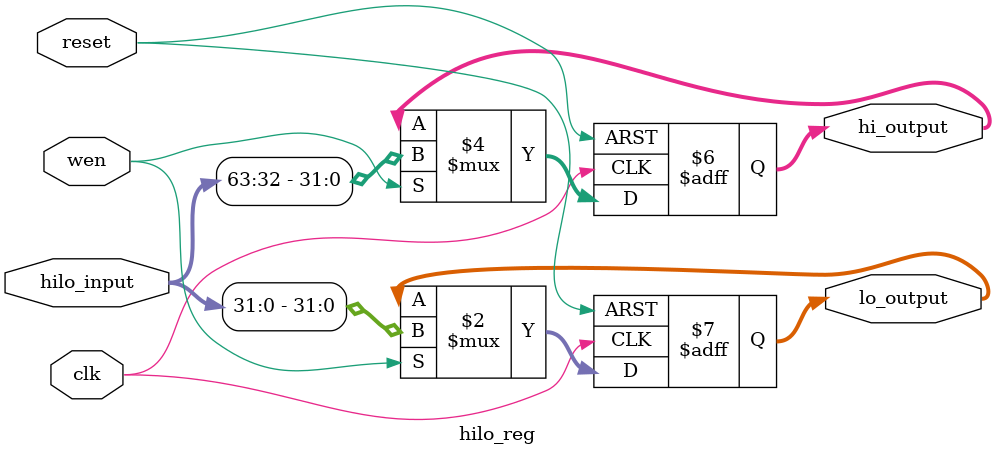
<source format=v>
module hilo_reg (
    input clk,
    input reset,
    input [63:0] hilo_input,
    input wen,
    output reg [31:0] hi_output,
    output reg [31:0] lo_output
);

  always @(negedge clk or posedge reset) begin
    if (reset) begin
      // 复位，清零 hi 和 lo 寄存器
      hi_output <= 32'b0;
      lo_output <= 32'b0;
    end else if (wen) begin
      // 写入
      hi_output <= hilo_input[63:32];
      lo_output <= hilo_input[31:0];
    end
  end

endmodule

</source>
